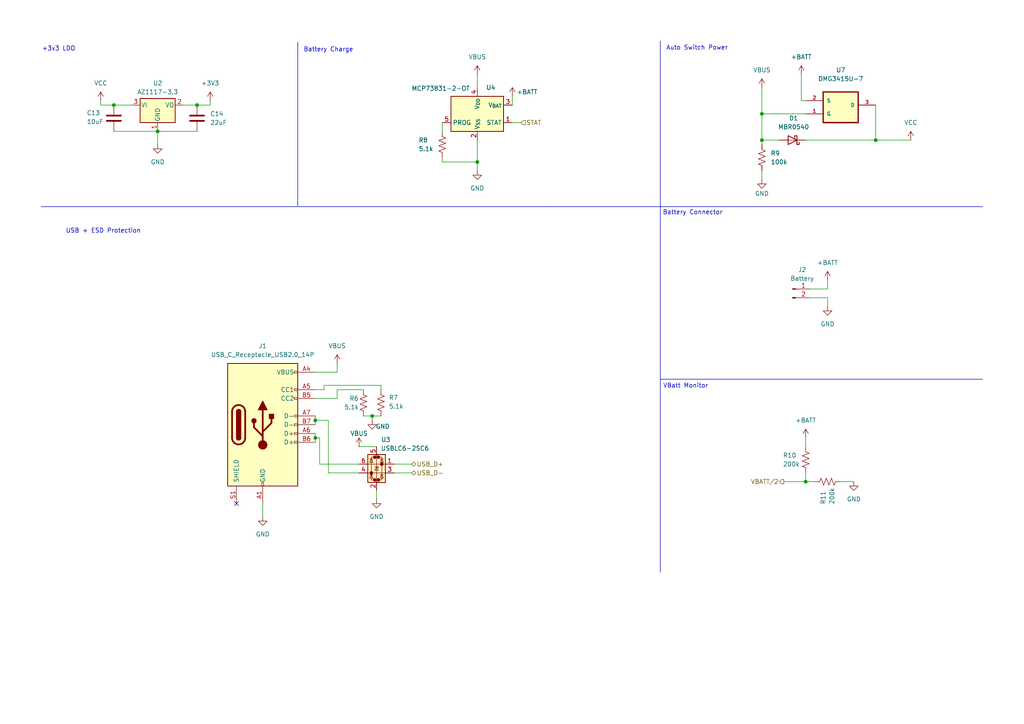
<source format=kicad_sch>
(kicad_sch (version 20231120) (generator "eeschema") (generator_version "8.0")
  (paper "A4")
  (lib_symbols
    (symbol "Battery_Management:MCP73831-2-OT"
      (property "Reference" "U" (at -7.62 6.35 0))
      (property "Value" "MCP73831-2-OT" (at 1.27 6.35 0))
      (symbol "MCP73831-2-OT_0_1"
        (rectangle (start -7.62 5.08) (end 7.62 -5.08) (stroke (width 0.254)) (fill (type background)))
      )
      (symbol "MCP73831-2-OT_1_1"
        (pin tri_state line (at 10.16 -2.54 180) (length 2.54) (name "STAT") (number "1"))
        (pin power_in line (at 0 -7.62 90) (length 2.54) (name "V_{SS}") (number "2"))
        (pin power_out line (at 10.16 2.54 180) (length 2.54) (name "V_{BAT}") (number "3"))
        (pin power_in line (at 0 7.62 270) (length 2.54) (name "V_{DD}") (number "4"))
        (pin input line (at -10.16 -2.54 0) (length 2.54) (name "PROG") (number "5"))
      )
    )
    (symbol "Connector:Conn_01x02_Pin" (pin_names (offset 1.016) hide)
      (property "Reference" "J" (at 0 2.54 0))
      (property "Value" "Conn_01x02_Pin" (at 0 -5.08 0))
      (symbol "Conn_01x02_Pin_1_1"
        (polyline (pts (xy 1.27 -2.54) (xy 0.8636 -2.54)) (stroke (width 0.1524)))
        (polyline (pts (xy 1.27 0) (xy 0.8636 0)) (stroke (width 0.1524)))
        (rectangle (start 0.8636 -2.413) (end 0 -2.667) (stroke (width 0.1524)) (fill (type outline)))
        (rectangle (start 0.8636 0.127) (end 0 -0.127) (stroke (width 0.1524)) (fill (type outline)))
        (pin passive line (at 5.08 0 180) (length 3.81) (name "Pin_1") (number "1"))
        (pin passive line (at 5.08 -2.54 180) (length 3.81) (name "Pin_2") (number "2"))
      )
    )
    (symbol "Connector:USB_C_Receptacle_USB2.0_14P" (pin_names (offset 1.016))
      (property "Reference" "J" (at 0 22.225 0))
      (property "Value" "USB_C_Receptacle_USB2.0_14P" (at 0 19.685 0))
      (symbol "USB_C_Receptacle_USB2.0_14P_0_0"
        (rectangle (start -0.254 -17.78) (end 0.254 -16.764))
        (rectangle (start 10.16 -4.826) (end 9.144 -5.334))
        (rectangle (start 10.16 -2.286) (end 9.144 -2.794))
        (rectangle (start 10.16 0.254) (end 9.144 -0.254))
        (rectangle (start 10.16 2.794) (end 9.144 2.286))
        (rectangle (start 10.16 7.874) (end 9.144 7.366))
        (rectangle (start 10.16 10.414) (end 9.144 9.906))
        (rectangle (start 10.16 15.494) (end 9.144 14.986))
      )
      (symbol "USB_C_Receptacle_USB2.0_14P_0_1"
        (rectangle (start -10.16 17.78) (end 10.16 -17.78) (stroke (width 0.254)) (fill (type background)))
        (arc (start -8.89 -3.81) (mid -6.985 -5.7067) (end -5.08 -3.81) (stroke (width 0.508)))
        (arc (start -7.62 -3.81) (mid -6.985 -4.4423) (end -6.35 -3.81) (stroke (width 0.254)))
        (arc (start -7.62 -3.81) (mid -6.985 -4.4423) (end -6.35 -3.81) (stroke (width 0.254)) (fill (type outline)))
        (rectangle (start -7.62 -3.81) (end -6.35 3.81) (stroke (width 0.254)) (fill (type outline)))
        (arc (start -6.35 3.81) (mid -6.985 4.4423) (end -7.62 3.81) (stroke (width 0.254)))
        (arc (start -6.35 3.81) (mid -6.985 4.4423) (end -7.62 3.81) (stroke (width 0.254)) (fill (type outline)))
        (arc (start -5.08 3.81) (mid -6.985 5.7067) (end -8.89 3.81) (stroke (width 0.508)))
        (circle (center -2.54 1.143) (radius 0.635) (stroke (width 0.254)) (fill (type outline)))
        (circle (center 0 -5.842) (radius 1.27) (fill (type outline)))
        (polyline (pts (xy -8.89 -3.81) (xy -8.89 3.81)) (stroke (width 0.508)))
        (polyline (pts (xy -5.08 3.81) (xy -5.08 -3.81)) (stroke (width 0.508)))
        (polyline (pts (xy 0 -5.842) (xy 0 4.318)) (stroke (width 0.508)))
        (polyline (pts (xy 0 -3.302) (xy -2.54 -0.762) (xy -2.54 0.508)) (stroke (width 0.508)))
        (polyline (pts (xy 0 -2.032) (xy 2.54 0.508) (xy 2.54 1.778)) (stroke (width 0.508)))
        (polyline (pts (xy -1.27 4.318) (xy 0 6.858) (xy 1.27 4.318) (xy -1.27 4.318)) (stroke (width 0.254)) (fill (type outline)))
        (rectangle (start 1.905 1.778) (end 3.175 3.048) (stroke (width 0.254)) (fill (type outline)))
      )
      (symbol "USB_C_Receptacle_USB2.0_14P_1_1"
        (pin passive line (at 0 -22.86 90) (length 5.08) (name "GND") (number "A1"))
        (pin passive line (at 0 -22.86 90) (length 5.08) hide (name "GND") (number "A12"))
        (pin passive line (at 15.24 15.24 180) (length 5.08) (name "VBUS") (number "A4"))
        (pin bidirectional line (at 15.24 10.16 180) (length 5.08) (name "CC1") (number "A5"))
        (pin bidirectional line (at 15.24 -2.54 180) (length 5.08) (name "D+") (number "A6"))
        (pin bidirectional line (at 15.24 2.54 180) (length 5.08) (name "D-") (number "A7"))
        (pin passive line (at 15.24 15.24 180) (length 5.08) hide (name "VBUS") (number "A9"))
        (pin passive line (at 0 -22.86 90) (length 5.08) hide (name "GND") (number "B1"))
        (pin passive line (at 0 -22.86 90) (length 5.08) hide (name "GND") (number "B12"))
        (pin passive line (at 15.24 15.24 180) (length 5.08) hide (name "VBUS") (number "B4"))
        (pin bidirectional line (at 15.24 7.62 180) (length 5.08) (name "CC2") (number "B5"))
        (pin bidirectional line (at 15.24 -5.08 180) (length 5.08) (name "D+") (number "B6"))
        (pin bidirectional line (at 15.24 0 180) (length 5.08) (name "D-") (number "B7"))
        (pin passive line (at 15.24 15.24 180) (length 5.08) hide (name "VBUS") (number "B9"))
        (pin passive line (at -7.62 -22.86 90) (length 5.08) (name "SHIELD") (number "S1"))
      )
    )
    (symbol "DMG3415U-7:DMG3415U-7" (pin_names (offset 1.016))
      (property "Reference" "U8" (at 0 10.16 0))
      (property "Value" "DMG3415U-7" (at 0 7.62 0))
      (symbol "DMG3415U-7_0_0"
        (rectangle (start -5.08 3.81) (end 5.08 -5.08) (stroke (width 0.4064)) (fill (type background)))
        (pin power_in line (at -10.16 -2.54 0) (length 5.08) (name "G") (number "1"))
        (pin passive line (at -10.16 1.27 0) (length 5.08) (name "S") (number "2"))
        (pin output line (at 10.16 0 180) (length 5.08) (name "D") (number "3"))
      )
    )
    (symbol "Device:C" (pin_numbers hide) (pin_names (offset 0.254))
      (property "Reference" "C" (at 0.635 2.54 0))
      (property "Value" "C" (at 0.635 -2.54 0))
      (symbol "C_0_1"
        (polyline (pts (xy -2.032 -0.762) (xy 2.032 -0.762)) (stroke (width 0.508)))
        (polyline (pts (xy -2.032 0.762) (xy 2.032 0.762)) (stroke (width 0.508)))
      )
      (symbol "C_1_1"
        (pin passive line (at 0 3.81 270) (length 2.794) (name "~") (number "1"))
        (pin passive line (at 0 -3.81 90) (length 2.794) (name "~") (number "2"))
      )
    )
    (symbol "Device:R_US" (pin_numbers hide) (pin_names (offset 0))
      (property "Reference" "R" (at 2.54 0 90))
      (property "Value" "R_US" (at -2.54 0 90))
      (symbol "R_US_0_1"
        (polyline (pts (xy 0 -2.286) (xy 0 -2.54)))
        (polyline (pts (xy 0 2.286) (xy 0 2.54)))
        (polyline (pts (xy 0 -0.762) (xy 1.016 -1.143) (xy 0 -1.524) (xy -1.016 -1.905) (xy 0 -2.286)))
        (polyline (pts (xy 0 0.762) (xy 1.016 0.381) (xy 0 0) (xy -1.016 -0.381) (xy 0 -0.762)))
        (polyline (pts (xy 0 2.286) (xy 1.016 1.905) (xy 0 1.524) (xy -1.016 1.143) (xy 0 0.762)))
      )
      (symbol "R_US_1_1"
        (pin passive line (at 0 3.81 270) (length 1.27) (name "~") (number "1"))
        (pin passive line (at 0 -3.81 90) (length 1.27) (name "~") (number "2"))
      )
    )
    (symbol "Diode:MBR0540" (pin_numbers hide) (pin_names (offset 1.016) hide)
      (property "Reference" "D" (at 0 2.54 0))
      (property "Value" "MBR0540" (at 0 -2.54 0))
      (symbol "MBR0540_0_1"
        (polyline (pts (xy 1.27 0) (xy -1.27 0)))
        (polyline (pts (xy 1.27 1.27) (xy 1.27 -1.27) (xy -1.27 0) (xy 1.27 1.27)) (stroke (width 0.254)))
        (polyline (pts (xy -1.905 0.635) (xy -1.905 1.27) (xy -1.27 1.27) (xy -1.27 -1.27) (xy -0.635 -1.27) (xy -0.635 -0.635)) (stroke (width 0.254)))
      )
      (symbol "MBR0540_1_1"
        (pin passive line (at -3.81 0 0) (length 2.54) (name "K") (number "1"))
        (pin passive line (at 3.81 0 180) (length 2.54) (name "A") (number "2"))
      )
    )
    (symbol "Power_Protection:USBLC6-2SC6" (pin_names hide)
      (property "Reference" "U" (at 0.635 5.715 0))
      (property "Value" "USBLC6-2SC6" (at 0.635 3.81 0))
      (symbol "USBLC6-2SC6_0_0"
        (circle (center -1.524 0) (radius 0.0001) (stroke (width 0.508)))
        (circle (center -0.508 -4.572) (radius 0.0001) (stroke (width 0.508)))
        (circle (center -0.508 2.032) (radius 0.0001) (stroke (width 0.508)))
        (circle (center 0.508 -4.572) (radius 0.0001) (stroke (width 0.508)))
        (circle (center 0.508 2.032) (radius 0.0001) (stroke (width 0.508)))
        (circle (center 1.524 -2.54) (radius 0.0001) (stroke (width 0.508)))
      )
      (symbol "USBLC6-2SC6_0_1"
        (polyline (pts (xy -2.54 -2.54) (xy 2.54 -2.54)))
        (polyline (pts (xy -2.54 0) (xy 2.54 0)))
        (polyline (pts (xy -2.032 -3.048) (xy -1.016 -3.048)))
        (polyline (pts (xy -1.016 1.524) (xy -2.032 1.524)))
        (polyline (pts (xy 1.016 -3.048) (xy 2.032 -3.048)))
        (polyline (pts (xy 1.016 1.524) (xy 2.032 1.524)))
        (polyline (pts (xy -0.508 -1.143) (xy -0.508 -0.762) (xy 0.508 -0.762)))
        (polyline (pts (xy -2.032 0.508) (xy -1.016 0.508) (xy -1.524 1.524) (xy -2.032 0.508)))
        (polyline (pts (xy -1.016 -4.064) (xy -2.032 -4.064) (xy -1.524 -3.048) (xy -1.016 -4.064)))
        (polyline (pts (xy 0.508 -1.778) (xy -0.508 -1.778) (xy 0 -0.762) (xy 0.508 -1.778)))
        (polyline (pts (xy 2.032 -4.064) (xy 1.016 -4.064) (xy 1.524 -3.048) (xy 2.032 -4.064)))
        (polyline (pts (xy 2.032 0.508) (xy 1.016 0.508) (xy 1.524 1.524) (xy 2.032 0.508)))
        (polyline (pts (xy 0 2.54) (xy -0.508 2.032) (xy 0.508 2.032) (xy 0 1.524) (xy 0 -4.064) (xy -0.508 -4.572) (xy 0.508 -4.572) (xy 0 -5.08)))
      )
      (symbol "USBLC6-2SC6_1_1"
        (rectangle (start -2.54 2.794) (end 2.54 -5.334) (stroke (width 0.254)) (fill (type background)))
        (polyline (pts (xy -0.508 2.032) (xy -1.524 2.032) (xy -1.524 -4.572) (xy -0.508 -4.572)))
        (polyline (pts (xy 0.508 -4.572) (xy 1.524 -4.572) (xy 1.524 2.032) (xy 0.508 2.032)))
        (pin passive line (at -5.08 0 0) (length 2.54) (name "I/O1") (number "1"))
        (pin passive line (at 0 -7.62 90) (length 2.54) (name "GND") (number "2"))
        (pin passive line (at -5.08 -2.54 0) (length 2.54) (name "I/O2") (number "3"))
        (pin passive line (at 5.08 -2.54 180) (length 2.54) (name "I/O2") (number "4"))
        (pin passive line (at 0 5.08 270) (length 2.54) (name "VBUS") (number "5"))
        (pin passive line (at 5.08 0 180) (length 2.54) (name "I/O1") (number "6"))
      )
    )
    (symbol "Regulator_Linear:AZ1117-3.3" (pin_names (offset 0.254))
      (property "Reference" "U" (at -3.81 3.175 0))
      (property "Value" "AZ1117-3.3" (at 0 3.175 0))
      (symbol "AZ1117-3.3_0_1"
        (rectangle (start -5.08 1.905) (end 5.08 -5.08) (stroke (width 0.254)) (fill (type background)))
      )
      (symbol "AZ1117-3.3_1_1"
        (pin power_in line (at 0 -7.62 90) (length 2.54) (name "GND") (number "1"))
        (pin power_out line (at 7.62 0 180) (length 2.54) (name "VO") (number "2"))
        (pin power_in line (at -7.62 0 0) (length 2.54) (name "VI") (number "3"))
      )
    )
    (symbol "power:+3V3" (power) (pin_numbers hide) (pin_names (offset 0) hide)
      (property "Value" "+3V3" (at 0 3.556 0))
      (symbol "+3V3_0_1"
        (polyline (pts (xy -0.762 1.27) (xy 0 2.54)))
        (polyline (pts (xy 0 0) (xy 0 2.54)))
        (polyline (pts (xy 0 2.54) (xy 0.762 1.27)))
      )
      (symbol "+3V3_1_1"
        (pin power_in line (at 0 0 90) (length 0) (name "~") (number "1"))
      )
    )
    (symbol "power:+BATT" (power) (pin_numbers hide) (pin_names (offset 0) hide)
      (property "Value" "+BATT" (at 0 3.556 0))
      (symbol "+BATT_0_1"
        (polyline (pts (xy -0.762 1.27) (xy 0 2.54)))
        (polyline (pts (xy 0 0) (xy 0 2.54)))
        (polyline (pts (xy 0 2.54) (xy 0.762 1.27)))
      )
      (symbol "+BATT_1_1"
        (pin power_in line (at 0 0 90) (length 0) (name "~") (number "1"))
      )
    )
    (symbol "power:GND" (power) (pin_numbers hide) (pin_names (offset 0) hide)
      (property "Value" "GND" (at 0 -3.81 0))
      (symbol "GND_0_1"
        (polyline (pts (xy 0 0) (xy 0 -1.27) (xy 1.27 -1.27) (xy 0 -2.54) (xy -1.27 -1.27) (xy 0 -1.27)))
      )
      (symbol "GND_1_1"
        (pin power_in line (at 0 0 270) (length 0) (name "~") (number "1"))
      )
    )
    (symbol "power:VBUS" (power) (pin_numbers hide) (pin_names (offset 0) hide)
      (property "Value" "VBUS" (at 0 3.556 0))
      (symbol "VBUS_0_1"
        (polyline (pts (xy -0.762 1.27) (xy 0 2.54)))
        (polyline (pts (xy 0 0) (xy 0 2.54)))
        (polyline (pts (xy 0 2.54) (xy 0.762 1.27)))
      )
      (symbol "VBUS_1_1"
        (pin power_in line (at 0 0 90) (length 0) (name "~") (number "1"))
      )
    )
    (symbol "power:VCC" (power) (pin_numbers hide) (pin_names (offset 0) hide)
      (property "Value" "VCC" (at 0 3.556 0))
      (symbol "VCC_0_1"
        (polyline (pts (xy -0.762 1.27) (xy 0 2.54)))
        (polyline (pts (xy 0 0) (xy 0 2.54)))
        (polyline (pts (xy 0 2.54) (xy 0.762 1.27)))
      )
      (symbol "VCC_1_1"
        (pin power_in line (at 0 0 90) (length 0) (name "~") (number "1"))
      )
    )
  )
  (junction (at 33.02 30.48))
  (junction (at 57.15 30.48))
  (junction (at 91.44 121.92))
  (junction (at 91.44 127))
  (junction (at 138.43 46.99))
  (junction (at 45.72 38.1))
  (junction (at 233.68 139.7))
  (junction (at 220.98 40.64))
  (junction (at 254 40.64))
  (junction (at 220.98 33.02))
  (junction (at 107.95 120.65))
  (no_connect (at 68.58 146.05))
  (wire (pts (xy 91.44 115.57) (xy 97.79 115.57)))
  (wire (pts (xy 91.44 120.65) (xy 91.44 121.92)))
  (wire (pts (xy 92.71 134.62) (xy 104.14 134.62)))
  (wire (pts (xy 97.79 115.57) (xy 97.79 113.03)))
  (wire (pts (xy 240.03 83.82) (xy 240.03 81.28)))
  (wire (pts (xy 234.95 86.36) (xy 240.03 86.36)))
  (wire (pts (xy 254 40.64) (xy 264.16 40.64)))
  (wire (pts (xy 234.95 83.82) (xy 240.03 83.82)))
  (wire (pts (xy 151.13 35.56) (xy 148.59 35.56)))
  (wire (pts (xy 57.15 30.48) (xy 60.96 30.48)))
  (wire (pts (xy 148.59 27.94) (xy 148.59 30.48)))
  (wire (pts (xy 240.03 86.36) (xy 240.03 88.9)))
  (wire (pts (xy 95.25 121.92) (xy 95.25 137.16)))
  (wire (pts (xy 220.98 33.02) (xy 220.98 40.64)))
  (polyline (pts (xy 191.516 109.982) (xy 191.516 59.182)))
  (wire (pts (xy 138.43 21.59) (xy 138.43 25.4)))
  (wire (pts (xy 93.98 113.03) (xy 91.44 113.03)))
  (wire (pts (xy 93.98 113.03) (xy 93.98 111.76)))
  (wire (pts (xy 220.98 25.4) (xy 220.98 33.02)))
  (polyline (pts (xy 223.52 59.944) (xy 284.988 59.944)))
  (wire (pts (xy 243.84 139.7) (xy 247.65 139.7)))
  (wire (pts (xy 220.98 33.02) (xy 233.68 33.02)))
  (wire (pts (xy 220.98 49.53) (xy 220.98 52.07)))
  (wire (pts (xy 109.22 142.24) (xy 109.22 144.78)))
  (wire (pts (xy 114.3 134.62) (xy 119.38 134.62)))
  (wire (pts (xy 93.98 111.76) (xy 110.49 111.76)))
  (wire (pts (xy 91.44 127) (xy 92.71 127)))
  (wire (pts (xy 95.25 121.92) (xy 91.44 121.92)))
  (polyline (pts (xy 191.516 11.938) (xy 191.516 59.436)))
  (wire (pts (xy 33.02 38.1) (xy 45.72 38.1)))
  (wire (pts (xy 92.71 127) (xy 92.71 134.62)))
  (wire (pts (xy 220.98 40.64) (xy 226.06 40.64)))
  (wire (pts (xy 97.79 107.95) (xy 97.79 105.41)))
  (wire (pts (xy 227.33 139.7) (xy 233.68 139.7)))
  (wire (pts (xy 105.41 120.65) (xy 107.95 120.65)))
  (wire (pts (xy 128.27 35.56) (xy 128.27 38.1)))
  (wire (pts (xy 220.98 40.64) (xy 220.98 41.91)))
  (polyline (pts (xy 86.36 12.192) (xy 86.36 59.69)))
  (wire (pts (xy 91.44 127) (xy 91.44 128.27)))
  (wire (pts (xy 138.43 46.99) (xy 138.43 49.53)))
  (wire (pts (xy 45.72 38.1) (xy 57.15 38.1)))
  (wire (pts (xy 110.49 111.76) (xy 110.49 113.03)))
  (wire (pts (xy 95.25 137.16) (xy 104.14 137.16)))
  (wire (pts (xy 233.68 139.7) (xy 236.22 139.7)))
  (wire (pts (xy 233.68 40.64) (xy 254 40.64)))
  (wire (pts (xy 53.34 30.48) (xy 57.15 30.48)))
  (polyline (pts (xy 11.938 59.944) (xy 79.756 59.944)))
  (wire (pts (xy 232.41 29.21) (xy 233.68 29.21)))
  (wire (pts (xy 254 30.48) (xy 254 40.64)))
  (wire (pts (xy 104.14 129.54) (xy 109.22 129.54)))
  (polyline (pts (xy 284.988 109.982) (xy 191.516 109.982)))
  (wire (pts (xy 60.96 30.48) (xy 60.96 29.21)))
  (wire (pts (xy 45.72 38.1) (xy 45.72 41.91)))
  (wire (pts (xy 138.43 40.64) (xy 138.43 46.99)))
  (polyline (pts (xy 160.02 59.944) (xy 223.52 59.944)))
  (wire (pts (xy 128.27 46.99) (xy 128.27 45.72)))
  (wire (pts (xy 233.68 127) (xy 233.68 129.54)))
  (wire (pts (xy 91.44 107.95) (xy 97.79 107.95)))
  (polyline (pts (xy 79.756 59.944) (xy 160.02 59.944)))
  (wire (pts (xy 29.21 30.48) (xy 33.02 30.48)))
  (wire (pts (xy 233.68 137.16) (xy 233.68 139.7)))
  (wire (pts (xy 91.44 121.92) (xy 91.44 123.19)))
  (wire (pts (xy 91.44 125.73) (xy 91.44 127)))
  (wire (pts (xy 107.95 120.65) (xy 107.95 121.92)))
  (wire (pts (xy 33.02 30.48) (xy 38.1 30.48)))
  (polyline (pts (xy 191.516 109.982) (xy 191.516 165.9685)))
  (wire (pts (xy 97.79 113.03) (xy 105.41 113.03)))
  (wire (pts (xy 76.2 146.05) (xy 76.2 149.86)))
  (wire (pts (xy 232.41 21.59) (xy 232.41 29.21)))
  (wire (pts (xy 107.95 120.65) (xy 110.49 120.65)))
  (wire (pts (xy 119.38 137.16) (xy 114.3 137.16)))
  (wire (pts (xy 128.27 46.99) (xy 138.43 46.99)))
  (wire (pts (xy 29.21 29.21) (xy 29.21 30.48)))
  (text "Battery Connector" (at 200.914 61.722 0) (effects (font (size 1.27 1.27))))
  (text "USB + ESD Protection" (at 29.972 67.056 0) (effects (font (size 1.27 1.27))))
  (text "+3v3 LDO" (at 17.018 14.224 0) (effects (font (size 1.27 1.27))))
  (text "Auto Switch Power" (at 202.184 13.97 0) (effects (font (size 1.27 1.27))))
  (text "VBatt Monitor" (at 198.882 112.014 0) (effects (font (size 1.27 1.27))))
  (text "Battery Charge" (at 95.25 14.478 0) (effects (font (size 1.27 1.27))))
  (hierarchical_label "USB_D-" (shape bidirectional) (at 119.38 137.16 0))
  (hierarchical_label "STAT" (shape input) (at 151.13 35.56 0))
  (hierarchical_label "USB_D+" (shape bidirectional) (at 119.38 134.62 0))
  (hierarchical_label "VBATT{slash}2" (shape output) (at 227.33 139.7 180))
  (symbol (lib_id "Diode:MBR0540") (at 229.87 40.64 180) (unit 1)
    (property "Reference" "D1" (at 230.1875 34.29 0))
    (property "Value" "MBR0540" (at 230.1875 36.83 0))
    (property "Footprint" "Diode_SMD:D_SOD-123" (effects (hide yes)))
    (property "Datasheet" "http://www.mccsemi.com/up_pdf/MBR0520~MBR0580(SOD123).pdf" (effects (hide yes)))
    (property "Description" "40V 0.5A Schottky Power Rectifier Diode, SOD-123" (effects (hide yes)))
  )
  (symbol (lib_id "power:VBUS") (at 220.98 25.4 0) (unit 1)
    (property "Reference" "#PWR027" (effects (hide yes)))
    (property "Value" "VBUS" (at 220.98 20.32 0))
    (property "Description" "Power symbol creates a global label with name \"VBUS\"" (effects (hide yes)))
  )
  (symbol (lib_id "Power_Protection:USBLC6-2SC6") (at 109.22 134.62 0) (mirror y) (unit 1)
    (property "Reference" "U3" (at 113.284 127.508 0) (effects (justify left)))
    (property "Value" "USBLC6-2SC6" (at 124.46 130.048 0) (effects (justify left)))
    (property "Footprint" "Package_TO_SOT_SMD:SOT-23-6" (effects (hide yes)))
    (property "Datasheet" "https://www.st.com/resource/en/datasheet/usblc6-2.pdf" (effects (hide yes)))
    (property "Description" "Very low capacitance ESD protection diode, 2 data-line, SOT-23-6" (effects (hide yes)))
  )
  (symbol (lib_id "power:+BATT") (at 148.59 27.94 0) (unit 1)
    (property "Reference" "#PWR026" (effects (hide yes)))
    (property "Value" "+BATT" (at 152.908 26.67 0))
    (property "Description" "Power symbol creates a global label with name \"+BATT\"" (effects (hide yes)))
  )
  (symbol (lib_id "Device:R_US") (at 240.03 139.7 90) (unit 1)
    (property "Reference" "R11" (at 238.76 146.304 0) (effects (justify left)))
    (property "Value" "200k" (at 241.3 146.304 0) (effects (justify left)))
    (property "Footprint" "Resistor_SMD:R_0402_1005Metric" (effects (hide yes)))
    (property "Description" "Resistor, US symbol" (effects (hide yes)))
  )
  (symbol (lib_id "Device:R_US") (at 128.27 41.91 0) (unit 1)
    (property "Reference" "R8" (at 121.412 40.64 0) (effects (justify left)))
    (property "Value" "5.1k" (at 121.412 43.18 0) (effects (justify left)))
    (property "Footprint" "Resistor_SMD:R_0402_1005Metric" (effects (hide yes)))
    (property "Description" "Resistor, US symbol" (effects (hide yes)))
  )
  (symbol (lib_id "power:GND") (at 138.43 49.53 0) (unit 1)
    (property "Reference" "#PWR025" (effects (hide yes)))
    (property "Value" "GND" (at 138.43 54.61 0))
    (property "Description" "Power symbol creates a global label with name \"GND\" , ground" (effects (hide yes)))
  )
  (symbol (lib_id "power:GND") (at 109.22 144.78 0) (unit 1)
    (property "Reference" "#PWR023" (effects (hide yes)))
    (property "Value" "GND" (at 109.22 149.86 0))
    (property "Description" "Power symbol creates a global label with name \"GND\" , ground" (effects (hide yes)))
  )
  (symbol (lib_id "power:GND") (at 220.98 52.07 0) (unit 1)
    (property "Reference" "#PWR028" (effects (hide yes)))
    (property "Value" "GND" (at 220.98 56.134 0))
    (property "Description" "Power symbol creates a global label with name \"GND\" , ground" (effects (hide yes)))
  )
  (symbol (lib_id "power:VBUS") (at 104.14 129.54 0) (unit 1)
    (property "Reference" "#PWR021" (effects (hide yes)))
    (property "Value" "VBUS" (at 104.14 125.73 0))
    (property "Description" "Power symbol creates a global label with name \"VBUS\"" (effects (hide yes)))
  )
  (symbol (lib_id "power:+BATT") (at 240.03 81.28 0) (unit 1)
    (property "Reference" "#PWR030" (effects (hide yes)))
    (property "Value" "+BATT" (at 240.03 76.2 0))
    (property "Description" "Power symbol creates a global label with name \"+BATT\"" (effects (hide yes)))
  )
  (symbol (lib_id "power:GND") (at 240.03 88.9 0) (unit 1)
    (property "Reference" "#PWR031" (effects (hide yes)))
    (property "Value" "GND" (at 240.03 93.98 0))
    (property "Description" "Power symbol creates a global label with name \"GND\" , ground" (effects (hide yes)))
  )
  (symbol (lib_id "power:+BATT") (at 233.68 127 0) (unit 1)
    (property "Reference" "#PWR029" (effects (hide yes)))
    (property "Value" "+BATT" (at 233.68 121.92 0))
    (property "Description" "Power symbol creates a global label with name \"+BATT\"" (effects (hide yes)))
  )
  (symbol (lib_id "power:GND") (at 247.65 139.7 0) (unit 1)
    (property "Reference" "#PWR032" (effects (hide yes)))
    (property "Value" "GND" (at 247.65 144.78 0))
    (property "Description" "Power symbol creates a global label with name \"GND\" , ground" (effects (hide yes)))
  )
  (symbol (lib_id "DMG3415U-7:DMG3415U-7") (at 243.84 30.48 0) (unit 1)
    (property "Reference" "U7" (at 243.84 20.32 0))
    (property "Value" "DMG3415U-7" (at 243.84 22.86 0))
    (property "Footprint" "DMG3415:SOT95P240X105-3N" (effects (hide yes)))
    (property "MPN" "DMG3415U-7" (effects (hide yes)))
    (property "OC_FARNELL" "1843688" (effects (hide yes)))
    (property "OC_NEWARK" "12T2026" (effects (hide yes)))
    (property "SUPPLIER" "Diodes Inc" (effects (hide yes)))
    (property "PACKAGE" "SOT-23-3" (effects (hide yes)))
  )
  (symbol (lib_id "Device:R_US") (at 110.49 116.84 0) (unit 1)
    (property "Reference" "R7" (at 112.776 115.316 0) (effects (justify left)))
    (property "Value" "5.1k" (at 112.776 117.856 0) (effects (justify left)))
    (property "Footprint" "Resistor_SMD:R_0402_1005Metric" (effects (hide yes)))
    (property "Description" "Resistor, US symbol" (effects (hide yes)))
  )
  (symbol (lib_id "power:GND") (at 76.2 149.86 0) (unit 1)
    (property "Reference" "#PWR018" (effects (hide yes)))
    (property "Value" "GND" (at 76.2 154.94 0))
    (property "Description" "Power symbol creates a global label with name \"GND\" , ground" (effects (hide yes)))
  )
  (symbol (lib_id "power:+3V3") (at 60.96 29.21 0) (unit 1)
    (property "Reference" "#PWR019" (effects (hide yes)))
    (property "Value" "+3V3" (at 60.96 24.13 0))
    (property "Description" "Power symbol creates a global label with name \"+3V3\"" (effects (hide yes)))
  )
  (symbol (lib_id "Device:C") (at 57.15 34.29 0) (unit 1)
    (property "Reference" "C14" (at 60.96 33.0199 0) (effects (justify left)))
    (property "Value" "22uF" (at 60.96 35.5599 0) (effects (justify left)))
    (property "Footprint" "Capacitor_SMD:C_0402_1005Metric" (effects (hide yes)))
    (property "Description" "Unpolarized capacitor" (effects (hide yes)))
  )
  (symbol (lib_id "Device:R_US") (at 233.68 133.35 0) (unit 1)
    (property "Reference" "R10" (at 227.076 132.08 0) (effects (justify left)))
    (property "Value" "200k" (at 227.076 134.62 0) (effects (justify left)))
    (property "Footprint" "Resistor_SMD:R_0402_1005Metric" (effects (hide yes)))
    (property "Description" "Resistor, US symbol" (effects (hide yes)))
  )
  (symbol (lib_id "Connector:Conn_01x02_Pin") (at 229.87 83.82 0) (unit 1)
    (property "Reference" "J2" (at 232.664 78.232 0))
    (property "Value" "Battery" (at 232.664 80.772 0))
    (property "Footprint" "custom_comps:2 Wire Pads" (effects (hide yes)))
    (property "Description" "Generic connector, single row, 01x02, script generated" (effects (hide yes)))
  )
  (symbol (lib_id "power:VBUS") (at 97.79 105.41 0) (unit 1)
    (property "Reference" "#PWR020" (effects (hide yes)))
    (property "Value" "VBUS" (at 97.79 100.33 0))
    (property "Description" "Power symbol creates a global label with name \"VBUS\"" (effects (hide yes)))
  )
  (symbol (lib_id "Device:C") (at 33.02 34.29 0) (unit 1)
    (property "Reference" "C13" (at 25.146 32.766 0) (effects (justify left)))
    (property "Value" "10uF" (at 25.146 35.306 0) (effects (justify left)))
    (property "Footprint" "Capacitor_SMD:C_0402_1005Metric" (effects (hide yes)))
    (property "Description" "Unpolarized capacitor" (effects (hide yes)))
  )
  (symbol (lib_id "power:GND") (at 45.72 41.91 0) (unit 1)
    (property "Reference" "#PWR017" (effects (hide yes)))
    (property "Value" "GND" (at 45.72 46.99 0))
    (property "Description" "Power symbol creates a global label with name \"GND\" , ground" (effects (hide yes)))
  )
  (symbol (lib_id "Connector:USB_C_Receptacle_USB2.0_14P") (at 76.2 123.19 0) (unit 1)
    (property "Reference" "J1" (at 76.2 100.33 0))
    (property "Value" "USB_C_Receptacle_USB2.0_14P" (at 76.2 102.87 0))
    (property "Footprint" "Connector_USB:USB_C_Receptacle_G-Switch_GT-USB-7010ASV" (effects (hide yes)))
    (property "Datasheet" "https://www.usb.org/sites/default/files/documents/usb_type-c.zip" (effects (hide yes)))
    (property "Description" "USB 2.0-only 14P Type-C Receptacle connector" (effects (hide yes)))
  )
  (symbol (lib_id "power:VCC") (at 264.16 40.64 0) (unit 1)
    (property "Reference" "#PWR034" (effects (hide yes)))
    (property "Value" "VCC" (at 264.16 35.56 0))
    (property "Description" "Power symbol creates a global label with name \"VCC\"" (effects (hide yes)))
  )
  (symbol (lib_id "power:GND") (at 107.95 121.92 0) (unit 1)
    (property "Reference" "#PWR022" (effects (hide yes)))
    (property "Value" "GND" (at 110.998 123.698 0))
    (property "Description" "Power symbol creates a global label with name \"GND\" , ground" (effects (hide yes)))
  )
  (symbol (lib_id "Device:R_US") (at 220.98 45.72 0) (unit 1)
    (property "Reference" "R9" (at 223.52 44.4499 0) (effects (justify left)))
    (property "Value" "100k" (at 223.52 46.9899 0) (effects (justify left)))
    (property "Footprint" "Resistor_SMD:R_0402_1005Metric" (effects (hide yes)))
    (property "Description" "Resistor, US symbol" (effects (hide yes)))
  )
  (symbol (lib_id "power:VBUS") (at 138.43 21.59 0) (unit 1)
    (property "Reference" "#PWR024" (effects (hide yes)))
    (property "Value" "VBUS" (at 138.43 16.51 0))
    (property "Description" "Power symbol creates a global label with name \"VBUS\"" (effects (hide yes)))
  )
  (symbol (lib_id "power:+BATT") (at 232.41 21.59 0) (unit 1)
    (property "Reference" "#PWR033" (effects (hide yes)))
    (property "Value" "+BATT" (at 232.41 16.51 0))
    (property "Description" "Power symbol creates a global label with name \"+BATT\"" (effects (hide yes)))
  )
  (symbol (lib_id "power:+BATT") (at 29.21 29.21 0) (unit 1)
    (property "Reference" "#PWR016" (effects (hide yes)))
    (property "Value" "VCC" (at 29.21 24.13 0))
    (property "Description" "Power symbol creates a global label with name \"+BATT\"" (effects (hide yes)))
  )
  (symbol (lib_id "Battery_Management:MCP73831-2-OT") (at 138.43 33.02 0) (unit 1)
    (property "Reference" "U4" (at 140.97 25.4 0) (effects (justify left)))
    (property "Value" "MCP73831-2-OT" (at 119.38 25.654 0) (effects (justify left)))
    (property "Footprint" "Package_TO_SOT_SMD:SOT-23-5" (effects (hide yes)))
    (property "Datasheet" "http://ww1.microchip.com/downloads/en/DeviceDoc/20001984g.pdf" (effects (hide yes)))
    (property "Description" "Single cell, Li-Ion/Li-Po charge management controller, 4.20V, Tri-State Status Output, in SOT23-5 package" (effects (hide yes)))
  )
  (symbol (lib_id "Device:R_US") (at 105.41 116.84 0) (unit 1)
    (property "Reference" "R6" (at 101.346 115.57 0) (effects (justify left)))
    (property "Value" "5.1k" (at 99.822 118.11 0) (effects (justify left)))
    (property "Footprint" "Resistor_SMD:R_0402_1005Metric" (effects (hide yes)))
    (property "Description" "Resistor, US symbol" (effects (hide yes)))
  )
  (symbol (lib_id "Regulator_Linear:AZ1117-3.3") (at 45.72 30.48 0) (unit 1)
    (property "Reference" "U2" (at 45.72 24.13 0))
    (property "Value" "AZ1117-3.3" (at 45.72 26.67 0))
    (property "Footprint" "Package_TO_SOT_SMD:SOT-223-3_TabPin2" (effects (hide yes)))
    (property "Datasheet" "https://www.diodes.com/assets/Datasheets/AZ1117.pdf" (effects (hide yes)))
    (property "Description" "1A 20V Fixed LDO Linear Regulator, 3.3V, SOT-89/SOT-223/TO-220/TO-252/TO-263" (effects (hide yes)))
  )
)
</source>
